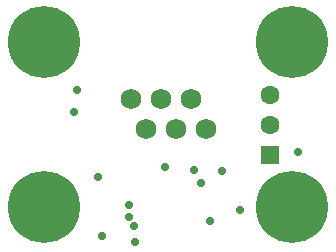
<source format=gbs>
G04*
G04 #@! TF.GenerationSoftware,Altium Limited,Altium Designer,18.0.7 (293)*
G04*
G04 Layer_Color=16711935*
%FSLAX25Y25*%
%MOIN*%
G70*
G01*
G75*
%ADD22C,0.06894*%
%ADD23C,0.00394*%
%ADD24R,0.06299X0.06299*%
%ADD25C,0.06299*%
%ADD26C,0.24016*%
%ADD27C,0.02894*%
D22*
X42618Y49803D02*
D03*
X52618D02*
D03*
X62618D02*
D03*
X47618Y39803D02*
D03*
X57618D02*
D03*
X67618D02*
D03*
D23*
X35118Y74803D02*
D03*
X75118D02*
D03*
D24*
X89000Y31400D02*
D03*
D25*
Y41400D02*
D03*
Y51400D02*
D03*
D26*
X13780Y13780D02*
D03*
X96457Y68898D02*
D03*
X13780D02*
D03*
X96457Y13780D02*
D03*
D27*
X53937Y27165D02*
D03*
X66142Y22047D02*
D03*
X44094Y2362D02*
D03*
X33071Y4331D02*
D03*
X24803Y52756D02*
D03*
X31890Y24016D02*
D03*
X43701Y7480D02*
D03*
X42126Y14567D02*
D03*
Y10630D02*
D03*
X23622Y45669D02*
D03*
X98425Y32283D02*
D03*
X69094Y9154D02*
D03*
X79134Y12992D02*
D03*
X73228Y25984D02*
D03*
X63779Y26378D02*
D03*
M02*

</source>
